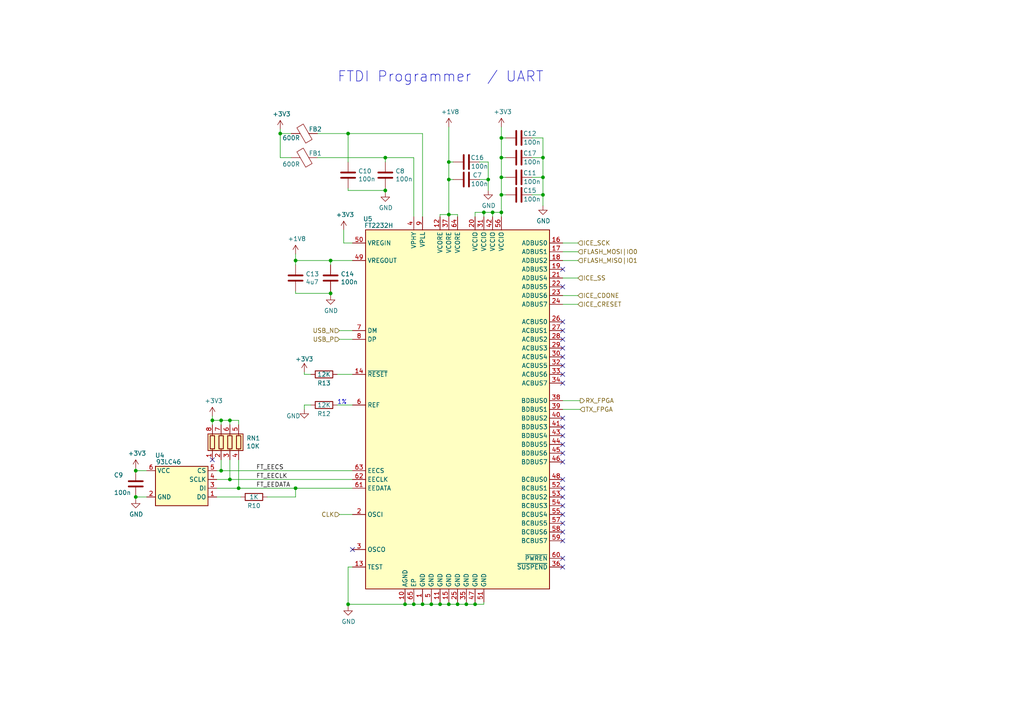
<source format=kicad_sch>
(kicad_sch (version 20201015) (generator eeschema)
  (paper "A4")
  (title_block (title "iCE40 Feather") (date "2021-01-01") (rev "0.2") (company "Josh Johnson"))
  (lib_symbols
    (symbol "Device:C" (pin_numbers hide) (pin_names (offset 0.254))
      (property "Reference" "C" (at 0.635 2.54 0))
      (property "Value" "C" (at 0.635 -2.54 0))
      (symbol "C_0_1"
        (polyline (pts (xy -2.032 -0.762) (xy 2.032 -0.762)) (stroke (width 0.508)))
        (polyline (pts (xy -2.032 0.762) (xy 2.032 0.762)) (stroke (width 0.508)))
      )
      (symbol "C_1_1"
        (pin passive line (at 0 3.81 270) (length 2.794) (name "~") (number "1"))
        (pin passive line (at 0 -3.81 90) (length 2.794) (name "~") (number "2"))
      )
    )
    (symbol "Device:R" (pin_numbers hide) (pin_names (offset 0))
      (property "Reference" "R" (at 2.032 0 90))
      (property "Value" "R" (at 0 0 90))
      (symbol "R_0_1"
        (rectangle (start -1.016 -2.54) (end 1.016 2.54) (stroke (width 0.254)))
      )
      (symbol "R_1_1"
        (pin passive line (at 0 3.81 270) (length 1.27) (name "~") (number "1"))
        (pin passive line (at 0 -3.81 90) (length 1.27) (name "~") (number "2"))
      )
    )
    (symbol "Device:R_Pack04" (pin_names (offset 0) hide)
      (property "Reference" "RN" (at -7.62 0 90))
      (property "Value" "R_Pack04" (at 5.08 0 90))
      (symbol "R_Pack04_0_1"
        (rectangle (start -6.35 -2.413) (end 3.81 2.413) (stroke (width 0.254)) (fill (type background)))
        (rectangle (start -5.715 1.905) (end -4.445 -1.905) (stroke (width 0.254)))
        (rectangle (start -3.175 1.905) (end -1.905 -1.905) (stroke (width 0.254)))
        (rectangle (start -0.635 1.905) (end 0.635 -1.905) (stroke (width 0.254)))
        (rectangle (start 1.905 1.905) (end 3.175 -1.905) (stroke (width 0.254)))
        (polyline (pts (xy -5.08 -2.54) (xy -5.08 -1.905)))
        (polyline (pts (xy -5.08 1.905) (xy -5.08 2.54)))
        (polyline (pts (xy -2.54 -2.54) (xy -2.54 -1.905)))
        (polyline (pts (xy -2.54 1.905) (xy -2.54 2.54)))
        (polyline (pts (xy 0 -2.54) (xy 0 -1.905)))
        (polyline (pts (xy 0 1.905) (xy 0 2.54)))
        (polyline (pts (xy 2.54 -2.54) (xy 2.54 -1.905)))
        (polyline (pts (xy 2.54 1.905) (xy 2.54 2.54)))
      )
      (symbol "R_Pack04_1_1"
        (pin passive line (at -5.08 -5.08 90) (length 2.54) (name "R1.1") (number "1"))
        (pin passive line (at -2.54 -5.08 90) (length 2.54) (name "R2.1") (number "2"))
        (pin passive line (at 0 -5.08 90) (length 2.54) (name "R3.1") (number "3"))
        (pin passive line (at 2.54 -5.08 90) (length 2.54) (name "R4.1") (number "4"))
        (pin passive line (at 2.54 5.08 270) (length 2.54) (name "R4.2") (number "5"))
        (pin passive line (at 0 5.08 270) (length 2.54) (name "R3.2") (number "6"))
        (pin passive line (at -2.54 5.08 270) (length 2.54) (name "R2.2") (number "7"))
        (pin passive line (at -5.08 5.08 270) (length 2.54) (name "R1.2") (number "8"))
      )
    )
    (symbol "josh-ic:FT2232H"
      (property "Reference" "U" (at -26.67 53.34 0))
      (property "Value" "FT2232H" (at 19.05 53.34 0))
      (symbol "FT2232H_0_1"
        (rectangle (start -26.67 -52.07) (end 26.67 52.07) (stroke (width 0.254)) (fill (type background)))
      )
      (symbol "FT2232H_1_1"
        (pin power_in line (at -10.16 -55.88 90) (length 3.81) (name "GND") (number "1"))
        (pin power_in line (at -15.24 -55.88 90) (length 3.81) (name "AGND") (number "10"))
        (pin power_in line (at -5.08 -55.88 90) (length 3.81) (name "GND") (number "11"))
        (pin power_in line (at -5.08 55.88 270) (length 3.81) (name "VCORE") (number "12"))
        (pin input line (at -30.48 -45.72 0) (length 3.81) (name "TEST") (number "13"))
        (pin input line (at -30.48 10.16 0) (length 3.81) (name "~RESET") (number "14"))
        (pin power_in line (at -2.54 -55.88 90) (length 3.81) (name "GND") (number "15"))
        (pin bidirectional line (at 30.48 48.26 180) (length 3.81) (name "ADBUS0") (number "16"))
        (pin bidirectional line (at 30.48 45.72 180) (length 3.81) (name "ADBUS1") (number "17"))
        (pin bidirectional line (at 30.48 43.18 180) (length 3.81) (name "ADBUS2") (number "18"))
        (pin bidirectional line (at 30.48 40.64 180) (length 3.81) (name "ADBUS3") (number "19"))
        (pin input line (at -30.48 -30.48 0) (length 3.81) (name "OSCI") (number "2"))
        (pin power_in line (at 5.08 55.88 270) (length 3.81) (name "VCCIO") (number "20"))
        (pin bidirectional line (at 30.48 38.1 180) (length 3.81) (name "ADBUS4") (number "21"))
        (pin bidirectional line (at 30.48 35.56 180) (length 3.81) (name "ADBUS5") (number "22"))
        (pin bidirectional line (at 30.48 33.02 180) (length 3.81) (name "ADBUS6") (number "23"))
        (pin bidirectional line (at 30.48 30.48 180) (length 3.81) (name "ADBUS7") (number "24"))
        (pin power_in line (at 0 -55.88 90) (length 3.81) (name "GND") (number "25"))
        (pin bidirectional line (at 30.48 25.4 180) (length 3.81) (name "ACBUS0") (number "26"))
        (pin bidirectional line (at 30.48 22.86 180) (length 3.81) (name "ACBUS1") (number "27"))
        (pin bidirectional line (at 30.48 20.32 180) (length 3.81) (name "ACBUS2") (number "28"))
        (pin bidirectional line (at 30.48 17.78 180) (length 3.81) (name "ACBUS3") (number "29"))
        (pin output line (at -30.48 -40.64 0) (length 3.81) (name "OSCO") (number "3"))
        (pin bidirectional line (at 30.48 15.24 180) (length 3.81) (name "ACBUS4") (number "30"))
        (pin power_in line (at 7.62 55.88 270) (length 3.81) (name "VCCIO") (number "31"))
        (pin bidirectional line (at 30.48 12.7 180) (length 3.81) (name "ACBUS5") (number "32"))
        (pin bidirectional line (at 30.48 10.16 180) (length 3.81) (name "ACBUS6") (number "33"))
        (pin bidirectional line (at 30.48 7.62 180) (length 3.81) (name "ACBUS7") (number "34"))
        (pin power_in line (at 2.54 -55.88 90) (length 3.81) (name "GND") (number "35"))
        (pin output line (at 30.48 -45.72 180) (length 3.81) (name "~SUSPEND") (number "36"))
        (pin power_in line (at -2.54 55.88 270) (length 3.81) (name "VCORE") (number "37"))
        (pin bidirectional line (at 30.48 2.54 180) (length 3.81) (name "BDBUS0") (number "38"))
        (pin bidirectional line (at 30.48 0 180) (length 3.81) (name "BDBUS1") (number "39"))
        (pin power_in line (at -12.7 55.88 270) (length 3.81) (name "VPHY") (number "4"))
        (pin bidirectional line (at 30.48 -2.54 180) (length 3.81) (name "BDBUS2") (number "40"))
        (pin bidirectional line (at 30.48 -5.08 180) (length 3.81) (name "BDBUS3") (number "41"))
        (pin power_in line (at 10.16 55.88 270) (length 3.81) (name "VCCIO") (number "42"))
        (pin bidirectional line (at 30.48 -7.62 180) (length 3.81) (name "BDBUS4") (number "43"))
        (pin bidirectional line (at 30.48 -10.16 180) (length 3.81) (name "BDBUS5") (number "44"))
        (pin bidirectional line (at 30.48 -12.7 180) (length 3.81) (name "BDBUS6") (number "45"))
        (pin bidirectional line (at 30.48 -15.24 180) (length 3.81) (name "BDBUS7") (number "46"))
        (pin power_in line (at 5.08 -55.88 90) (length 3.81) (name "GND") (number "47"))
        (pin bidirectional line (at 30.48 -20.32 180) (length 3.81) (name "BCBUS0") (number "48"))
        (pin power_out line (at -30.48 43.18 0) (length 3.81) (name "VREGOUT") (number "49"))
        (pin power_in line (at -7.62 -55.88 90) (length 3.81) (name "GND") (number "5"))
        (pin power_in line (at -30.48 48.26 0) (length 3.81) (name "VREGIN") (number "50"))
        (pin power_in line (at 7.62 -55.88 90) (length 3.81) (name "GND") (number "51"))
        (pin bidirectional line (at 30.48 -22.86 180) (length 3.81) (name "BCBUS1") (number "52"))
        (pin bidirectional line (at 30.48 -25.4 180) (length 3.81) (name "BCBUS2") (number "53"))
        (pin bidirectional line (at 30.48 -27.94 180) (length 3.81) (name "BCBUS3") (number "54"))
        (pin bidirectional line (at 30.48 -30.48 180) (length 3.81) (name "BCBUS4") (number "55"))
        (pin power_in line (at 12.7 55.88 270) (length 3.81) (name "VCCIO") (number "56"))
        (pin bidirectional line (at 30.48 -33.02 180) (length 3.81) (name "BCBUS5") (number "57"))
        (pin bidirectional line (at 30.48 -35.56 180) (length 3.81) (name "BCBUS6") (number "58"))
        (pin bidirectional line (at 30.48 -38.1 180) (length 3.81) (name "BCBUS7") (number "59"))
        (pin output line (at -30.48 1.27 0) (length 3.81) (name "REF") (number "6"))
        (pin output line (at 30.48 -43.18 180) (length 3.81) (name "~PWREN") (number "60"))
        (pin bidirectional line (at -30.48 -22.86 0) (length 3.81) (name "EEDATA") (number "61"))
        (pin output line (at -30.48 -20.32 0) (length 3.81) (name "EECLK") (number "62"))
        (pin output line (at -30.48 -17.78 0) (length 3.81) (name "EECS") (number "63"))
        (pin power_in line (at 0 55.88 270) (length 3.81) (name "VCORE") (number "64"))
        (pin power_in line (at -12.7 -55.88 90) (length 3.81) (name "EP") (number "65"))
        (pin bidirectional line (at -30.48 22.86 0) (length 3.81) (name "DM") (number "7"))
        (pin bidirectional line (at -30.48 20.32 0) (length 3.81) (name "DP") (number "8"))
        (pin input line (at -10.16 55.88 270) (length 3.81) (name "VPLL") (number "9"))
      )
    )
    (symbol "josh-memory:93C46B"
      (property "Reference" "U" (at -7.366 9.144 0))
      (property "Value" "93C46B" (at 7.874 6.096 0))
      (symbol "93C46B_1_1"
        (rectangle (start 7.62 5.08) (end -7.62 -6.35) (stroke (width 0.254)) (fill (type background)))
        (pin tri_state line (at -10.16 -3.81 0) (length 2.54) (name "DO") (number "1"))
        (pin power_in line (at 10.16 -3.81 180) (length 2.54) (name "GND") (number "2"))
        (pin input line (at -10.16 -1.27 0) (length 2.54) (name "DI") (number "3"))
        (pin input line (at -10.16 1.27 0) (length 2.54) (name "SCLK") (number "4"))
        (pin input line (at -10.16 3.81 0) (length 2.54) (name "CS") (number "5"))
        (pin power_in line (at 10.16 3.81 180) (length 2.54) (name "VCC") (number "6"))
      )
    )
    (symbol "josh-passive:Ferrite_Bead_PWR" (pin_numbers hide) (pin_names (offset 0))
      (property "Reference" "FB" (at -2.54 1.27 0))
      (property "Value" "Ferrite_Bead_PWR" (at 0 3.81 0))
      (symbol "Ferrite_Bead_PWR_0_1"
        (polyline (pts (xy -1.27 0) (xy -1.2192 0)))
        (polyline (pts (xy 1.27 0) (xy 1.2954 0)))
        (polyline (pts (xy 0.4064 2.7686) (xy 2.2606 1.7018) (xy -0.3048 -2.7686) (xy -2.159 -1.6764) (xy 0.4064 2.7686)))
      )
      (symbol "Ferrite_Bead_PWR_1_1"
        (pin power_out line (at 3.81 0 180) (length 2.54) (name "~") (number "1"))
        (pin passive line (at -3.81 0 0) (length 2.54) (name "~") (number "2"))
      )
    )
    (symbol "power:+1V8" (power) (pin_names (offset 0))
      (property "Value" "+1V8" (at 0 3.556 0))
      (symbol "+1V8_0_1"
        (polyline (pts (xy -0.762 1.27) (xy 0 2.54)))
        (polyline (pts (xy 0 0) (xy 0 2.54)))
        (polyline (pts (xy 0 2.54) (xy 0.762 1.27)))
      )
      (symbol "+1V8_1_1"
        (pin power_in line (at 0 0 90) (length 0) hide (name "+1V8") (number "1"))
      )
    )
    (symbol "power:+3V3" (power) (pin_names (offset 0))
      (property "Value" "+3V3" (at 0 3.556 0))
      (symbol "+3V3_0_1"
        (polyline (pts (xy -0.762 1.27) (xy 0 2.54)))
        (polyline (pts (xy 0 0) (xy 0 2.54)))
        (polyline (pts (xy 0 2.54) (xy 0.762 1.27)))
      )
      (symbol "+3V3_1_1"
        (pin power_in line (at 0 0 90) (length 0) hide (name "+3V3") (number "1"))
      )
    )
    (symbol "power:GND" (power) (pin_names (offset 0))
      (property "Value" "GND" (at 0 -3.81 0))
      (symbol "GND_0_1"
        (polyline (pts (xy 0 0) (xy 0 -1.27) (xy 1.27 -1.27) (xy 0 -2.54) (xy -1.27 -1.27) (xy 0 -1.27)))
      )
      (symbol "GND_1_1"
        (pin power_in line (at 0 0 270) (length 0) hide (name "GND") (number "1"))
      )
    )
  )
  (junction (at 39.37 136.525) (diameter 0.9144))
  (junction (at 39.37 144.145) (diameter 0.9144))
  (junction (at 61.595 121.92) (diameter 0.9144))
  (junction (at 64.135 121.92) (diameter 0.9144))
  (junction (at 64.135 136.525) (diameter 0.9144))
  (junction (at 66.675 121.92) (diameter 0.9144))
  (junction (at 66.675 139.065) (diameter 0.9144))
  (junction (at 69.215 141.605) (diameter 0.9144))
  (junction (at 81.28 38.735) (diameter 0.9144))
  (junction (at 85.725 75.565) (diameter 0.9144))
  (junction (at 85.725 141.605) (diameter 0.9144))
  (junction (at 95.885 75.565) (diameter 0.9144))
  (junction (at 95.885 85.09) (diameter 0.9144))
  (junction (at 100.965 38.735) (diameter 0.9144))
  (junction (at 100.965 175.26) (diameter 0.9144))
  (junction (at 111.76 45.72) (diameter 0.9144))
  (junction (at 111.76 55.245) (diameter 0.9144))
  (junction (at 117.475 175.26) (diameter 0.9144))
  (junction (at 120.015 175.26) (diameter 0.9144))
  (junction (at 122.555 175.26) (diameter 0.9144))
  (junction (at 125.095 175.26) (diameter 0.9144))
  (junction (at 127.635 175.26) (diameter 0.9144))
  (junction (at 130.175 46.99) (diameter 0.9144))
  (junction (at 130.175 52.07) (diameter 0.9144))
  (junction (at 130.175 62.23) (diameter 0.9144))
  (junction (at 130.175 175.26) (diameter 0.9144))
  (junction (at 132.715 175.26) (diameter 0.9144))
  (junction (at 135.255 175.26) (diameter 0.9144))
  (junction (at 137.795 175.26) (diameter 0.9144))
  (junction (at 140.335 61.595) (diameter 0.9144))
  (junction (at 141.605 52.07) (diameter 0.9144))
  (junction (at 142.875 61.595) (diameter 0.9144))
  (junction (at 145.415 40.005) (diameter 0.9144))
  (junction (at 145.415 45.72) (diameter 0.9144))
  (junction (at 145.415 51.435) (diameter 0.9144))
  (junction (at 145.415 56.515) (diameter 0.9144))
  (junction (at 145.415 61.595) (diameter 0.9144))
  (junction (at 157.48 45.72) (diameter 0.9144))
  (junction (at 157.48 51.435) (diameter 0.9144))
  (junction (at 157.48 56.515) (diameter 0.9144))
  (no_connect (at 163.195 98.425))
  (no_connect (at 163.195 103.505))
  (no_connect (at 163.195 149.225))
  (no_connect (at 163.195 78.105))
  (no_connect (at 163.195 126.365))
  (no_connect (at 163.195 123.825))
  (no_connect (at 163.195 144.145))
  (no_connect (at 163.195 164.465))
  (no_connect (at 163.195 139.065))
  (no_connect (at 102.235 159.385))
  (no_connect (at 163.195 151.765))
  (no_connect (at 163.195 154.305))
  (no_connect (at 163.195 128.905))
  (no_connect (at 61.595 133.35))
  (no_connect (at 163.195 131.445))
  (no_connect (at 163.195 83.185))
  (no_connect (at 163.195 93.345))
  (no_connect (at 163.195 146.685))
  (no_connect (at 163.195 106.045))
  (no_connect (at 163.195 95.885))
  (no_connect (at 163.195 108.585))
  (no_connect (at 163.195 141.605))
  (no_connect (at 163.195 111.125))
  (no_connect (at 163.195 133.985))
  (no_connect (at 163.195 161.925))
  (no_connect (at 163.195 121.285))
  (no_connect (at 163.195 100.965))
  (no_connect (at 163.195 156.845))
  (wire (pts (xy 39.37 135.89) (xy 39.37 136.525)))
  (wire (pts (xy 39.37 136.525) (xy 42.545 136.525)))
  (wire (pts (xy 39.37 144.145) (xy 39.37 144.78)))
  (wire (pts (xy 39.37 144.145) (xy 42.545 144.145)))
  (wire (pts (xy 61.595 121.92) (xy 61.595 120.65)))
  (wire (pts (xy 61.595 121.92) (xy 61.595 123.19)))
  (wire (pts (xy 62.865 136.525) (xy 64.135 136.525)))
  (wire (pts (xy 62.865 139.065) (xy 66.675 139.065)))
  (wire (pts (xy 62.865 141.605) (xy 69.215 141.605)))
  (wire (pts (xy 62.865 144.145) (xy 69.85 144.145)))
  (wire (pts (xy 64.135 121.92) (xy 61.595 121.92)))
  (wire (pts (xy 64.135 121.92) (xy 64.135 123.19)))
  (wire (pts (xy 64.135 133.35) (xy 64.135 136.525)))
  (wire (pts (xy 64.135 136.525) (xy 102.235 136.525)))
  (wire (pts (xy 66.675 121.92) (xy 64.135 121.92)))
  (wire (pts (xy 66.675 121.92) (xy 69.215 121.92)))
  (wire (pts (xy 66.675 123.19) (xy 66.675 121.92)))
  (wire (pts (xy 66.675 133.35) (xy 66.675 139.065)))
  (wire (pts (xy 66.675 139.065) (xy 102.235 139.065)))
  (wire (pts (xy 69.215 121.92) (xy 69.215 123.19)))
  (wire (pts (xy 69.215 133.35) (xy 69.215 141.605)))
  (wire (pts (xy 69.215 141.605) (xy 85.725 141.605)))
  (wire (pts (xy 77.47 144.145) (xy 85.725 144.145)))
  (wire (pts (xy 81.28 37.465) (xy 81.28 38.735)))
  (wire (pts (xy 81.28 38.735) (xy 84.455 38.735)))
  (wire (pts (xy 81.28 45.72) (xy 81.28 38.735)))
  (wire (pts (xy 84.455 45.72) (xy 81.28 45.72)))
  (wire (pts (xy 85.725 75.565) (xy 85.725 73.66)))
  (wire (pts (xy 85.725 75.565) (xy 85.725 76.835)))
  (wire (pts (xy 85.725 84.455) (xy 85.725 85.09)))
  (wire (pts (xy 85.725 85.09) (xy 95.885 85.09)))
  (wire (pts (xy 85.725 141.605) (xy 102.235 141.605)))
  (wire (pts (xy 85.725 144.145) (xy 85.725 141.605)))
  (wire (pts (xy 88.265 108.585) (xy 88.265 107.95)))
  (wire (pts (xy 88.265 117.475) (xy 88.265 118.745)))
  (wire (pts (xy 90.17 108.585) (xy 88.265 108.585)))
  (wire (pts (xy 90.17 117.475) (xy 88.265 117.475)))
  (wire (pts (xy 92.075 38.735) (xy 100.965 38.735)))
  (wire (pts (xy 92.075 45.72) (xy 111.76 45.72)))
  (wire (pts (xy 95.885 75.565) (xy 85.725 75.565)))
  (wire (pts (xy 95.885 75.565) (xy 95.885 76.835)))
  (wire (pts (xy 95.885 84.455) (xy 95.885 85.09)))
  (wire (pts (xy 95.885 85.725) (xy 95.885 85.09)))
  (wire (pts (xy 97.79 108.585) (xy 102.235 108.585)))
  (wire (pts (xy 97.79 117.475) (xy 102.235 117.475)))
  (wire (pts (xy 98.425 95.885) (xy 102.235 95.885)))
  (wire (pts (xy 98.425 98.425) (xy 102.235 98.425)))
  (wire (pts (xy 98.425 149.225) (xy 102.235 149.225)))
  (wire (pts (xy 99.695 70.485) (xy 99.695 66.675)))
  (wire (pts (xy 100.965 46.99) (xy 100.965 38.735)))
  (wire (pts (xy 100.965 54.61) (xy 100.965 55.245)))
  (wire (pts (xy 100.965 164.465) (xy 100.965 175.26)))
  (wire (pts (xy 100.965 175.26) (xy 100.965 175.895)))
  (wire (pts (xy 100.965 175.26) (xy 117.475 175.26)))
  (wire (pts (xy 102.235 70.485) (xy 99.695 70.485)))
  (wire (pts (xy 102.235 75.565) (xy 95.885 75.565)))
  (wire (pts (xy 102.235 164.465) (xy 100.965 164.465)))
  (wire (pts (xy 111.76 45.72) (xy 120.015 45.72)))
  (wire (pts (xy 111.76 46.99) (xy 111.76 45.72)))
  (wire (pts (xy 111.76 54.61) (xy 111.76 55.245)))
  (wire (pts (xy 111.76 55.245) (xy 100.965 55.245)))
  (wire (pts (xy 111.76 55.245) (xy 111.76 55.88)))
  (wire (pts (xy 117.475 174.625) (xy 117.475 175.26)))
  (wire (pts (xy 117.475 175.26) (xy 120.015 175.26)))
  (wire (pts (xy 120.015 45.72) (xy 120.015 62.865)))
  (wire (pts (xy 120.015 174.625) (xy 120.015 175.26)))
  (wire (pts (xy 120.015 175.26) (xy 122.555 175.26)))
  (wire (pts (xy 122.555 38.735) (xy 100.965 38.735)))
  (wire (pts (xy 122.555 62.865) (xy 122.555 38.735)))
  (wire (pts (xy 122.555 174.625) (xy 122.555 175.26)))
  (wire (pts (xy 122.555 175.26) (xy 125.095 175.26)))
  (wire (pts (xy 125.095 174.625) (xy 125.095 175.26)))
  (wire (pts (xy 125.095 175.26) (xy 127.635 175.26)))
  (wire (pts (xy 127.635 62.23) (xy 130.175 62.23)))
  (wire (pts (xy 127.635 62.865) (xy 127.635 62.23)))
  (wire (pts (xy 127.635 174.625) (xy 127.635 175.26)))
  (wire (pts (xy 127.635 175.26) (xy 130.175 175.26)))
  (wire (pts (xy 130.175 36.83) (xy 130.175 46.99)))
  (wire (pts (xy 130.175 46.99) (xy 130.175 52.07)))
  (wire (pts (xy 130.175 46.99) (xy 131.445 46.99)))
  (wire (pts (xy 130.175 52.07) (xy 130.175 62.23)))
  (wire (pts (xy 130.175 52.07) (xy 131.445 52.07)))
  (wire (pts (xy 130.175 62.23) (xy 130.175 62.865)))
  (wire (pts (xy 130.175 62.23) (xy 132.715 62.23)))
  (wire (pts (xy 130.175 174.625) (xy 130.175 175.26)))
  (wire (pts (xy 130.175 175.26) (xy 132.715 175.26)))
  (wire (pts (xy 132.715 62.23) (xy 132.715 62.865)))
  (wire (pts (xy 132.715 174.625) (xy 132.715 175.26)))
  (wire (pts (xy 132.715 175.26) (xy 135.255 175.26)))
  (wire (pts (xy 135.255 174.625) (xy 135.255 175.26)))
  (wire (pts (xy 135.255 175.26) (xy 137.795 175.26)))
  (wire (pts (xy 137.795 61.595) (xy 137.795 62.865)))
  (wire (pts (xy 137.795 174.625) (xy 137.795 175.26)))
  (wire (pts (xy 137.795 175.26) (xy 140.335 175.26)))
  (wire (pts (xy 139.065 46.99) (xy 141.605 46.99)))
  (wire (pts (xy 139.065 52.07) (xy 141.605 52.07)))
  (wire (pts (xy 140.335 61.595) (xy 137.795 61.595)))
  (wire (pts (xy 140.335 61.595) (xy 140.335 62.865)))
  (wire (pts (xy 140.335 175.26) (xy 140.335 174.625)))
  (wire (pts (xy 141.605 46.99) (xy 141.605 52.07)))
  (wire (pts (xy 141.605 52.07) (xy 141.605 55.245)))
  (wire (pts (xy 142.875 61.595) (xy 140.335 61.595)))
  (wire (pts (xy 142.875 61.595) (xy 142.875 62.865)))
  (wire (pts (xy 145.415 40.005) (xy 145.415 36.83)))
  (wire (pts (xy 145.415 45.72) (xy 145.415 40.005)))
  (wire (pts (xy 145.415 51.435) (xy 145.415 45.72)))
  (wire (pts (xy 145.415 51.435) (xy 145.415 56.515)))
  (wire (pts (xy 145.415 56.515) (xy 145.415 61.595)))
  (wire (pts (xy 145.415 61.595) (xy 142.875 61.595)))
  (wire (pts (xy 145.415 61.595) (xy 145.415 62.865)))
  (wire (pts (xy 146.685 40.005) (xy 145.415 40.005)))
  (wire (pts (xy 146.685 45.72) (xy 145.415 45.72)))
  (wire (pts (xy 146.685 51.435) (xy 145.415 51.435)))
  (wire (pts (xy 146.685 56.515) (xy 145.415 56.515)))
  (wire (pts (xy 154.305 40.005) (xy 157.48 40.005)))
  (wire (pts (xy 154.305 45.72) (xy 157.48 45.72)))
  (wire (pts (xy 154.305 51.435) (xy 157.48 51.435)))
  (wire (pts (xy 154.305 56.515) (xy 157.48 56.515)))
  (wire (pts (xy 157.48 40.005) (xy 157.48 45.72)))
  (wire (pts (xy 157.48 45.72) (xy 157.48 51.435)))
  (wire (pts (xy 157.48 51.435) (xy 157.48 56.515)))
  (wire (pts (xy 157.48 56.515) (xy 157.48 59.69)))
  (wire (pts (xy 163.195 70.485) (xy 167.64 70.485)))
  (wire (pts (xy 163.195 73.025) (xy 167.64 73.025)))
  (wire (pts (xy 163.195 75.565) (xy 167.64 75.565)))
  (wire (pts (xy 163.195 80.645) (xy 167.64 80.645)))
  (wire (pts (xy 163.195 85.725) (xy 167.64 85.725)))
  (wire (pts (xy 163.195 88.265) (xy 167.64 88.265)))
  (wire (pts (xy 163.195 116.205) (xy 168.275 116.205)))
  (wire (pts (xy 163.195 118.745) (xy 168.275 118.745)))
  (text "FTDI Programmer  / UART" (at 97.79 24.13 0) (effects (font (size 2.9972 2.9972)) (justify left bottom)))
  (text "1%" (at 97.79 117.475 0) (effects (font (size 1.27 1.27)) (justify left bottom)))
  (label "FT_EECS" (at 74.295 136.525 0))
  (label "FT_EECLK" (at 74.295 139.065 0))
  (label "FT_EEDATA" (at 74.295 141.605 0))
  (hierarchical_label "USB_N" (shape input) (at 98.425 95.885 180))
  (hierarchical_label "USB_P" (shape input) (at 98.425 98.425 180))
  (hierarchical_label "CLK" (shape input) (at 98.425 149.225 180))
  (hierarchical_label "ICE_SCK" (shape input) (at 167.64 70.485 0))
  (hierarchical_label "FLASH_MOSI|IO0" (shape input) (at 167.64 73.025 0))
  (hierarchical_label "FLASH_MISO|IO1" (shape input) (at 167.64 75.565 0))
  (hierarchical_label "ICE_SS" (shape input) (at 167.64 80.645 0))
  (hierarchical_label "ICE_CDONE" (shape input) (at 167.64 85.725 0))
  (hierarchical_label "ICE_CRESET" (shape input) (at 167.64 88.265 0))
  (hierarchical_label "RX_FPGA" (shape output) (at 168.275 116.205 0))
  (hierarchical_label "TX_FPGA" (shape input) (at 168.275 118.745 0))
  (symbol (lib_id "power:+3V3") (at 39.37 135.89 0) (unit 1)
    (property "Reference" "#PWR056" (effects hide))
    (property "Value" "+3V3" (at 39.751 131.4958 0))
  )
  (symbol (lib_id "power:+3V3") (at 61.595 120.65 0) (unit 1)
    (property "Reference" "#PWR058" (effects hide))
    (property "Value" "+3V3" (at 61.976 116.2558 0))
  )
  (symbol (lib_id "power:+3V3") (at 81.28 37.465 0) (unit 1)
    (property "Reference" "#PWR059" (effects hide))
    (property "Value" "+3V3" (at 81.661 33.0708 0))
  )
  (symbol (lib_id "power:+1V8") (at 85.725 73.66 0) (unit 1)
    (property "Reference" "#PWR060" (effects hide))
    (property "Value" "+1V8" (at 86.106 69.2658 0))
  )
  (symbol (lib_id "power:+3V3") (at 88.265 107.95 0) (unit 1)
    (property "Reference" "#PWR061" (effects hide))
    (property "Value" "+3V3" (at 88.265 104.14 0))
  )
  (symbol (lib_id "power:+3V3") (at 99.695 66.675 0) (unit 1)
    (property "Reference" "#PWR064" (effects hide))
    (property "Value" "+3V3" (at 100.076 62.2808 0))
  )
  (symbol (lib_id "power:+1V8") (at 130.175 36.83 0) (unit 1)
    (property "Reference" "#PWR067" (effects hide))
    (property "Value" "+1V8" (at 130.556 32.4358 0))
  )
  (symbol (lib_id "power:+3V3") (at 145.415 36.83 0) (unit 1)
    (property "Reference" "#PWR068" (effects hide))
    (property "Value" "+3V3" (at 145.796 32.4358 0))
  )
  (symbol (lib_id "power:GND") (at 39.37 144.78 0) (unit 1)
    (property "Reference" "#PWR057" (effects hide))
    (property "Value" "GND" (at 39.497 149.1742 0))
  )
  (symbol (lib_id "power:GND") (at 88.265 118.745 0) (unit 1)
    (property "Reference" "#PWR062" (effects hide))
    (property "Value" "GND" (at 85.09 120.65 0))
  )
  (symbol (lib_id "power:GND") (at 95.885 85.725 0) (unit 1)
    (property "Reference" "#PWR063" (effects hide))
    (property "Value" "GND" (at 96.012 90.1192 0))
  )
  (symbol (lib_id "power:GND") (at 100.965 175.895 0) (unit 1)
    (property "Reference" "#PWR065" (effects hide))
    (property "Value" "GND" (at 101.092 180.2892 0))
  )
  (symbol (lib_id "power:GND") (at 111.76 55.88 0) (unit 1)
    (property "Reference" "#PWR066" (effects hide))
    (property "Value" "GND" (at 111.887 60.2742 0))
  )
  (symbol (lib_id "power:GND") (at 141.605 55.245 0) (unit 1)
    (property "Reference" "#PWR0108" (effects hide))
    (property "Value" "GND" (at 141.732 59.6392 0))
  )
  (symbol (lib_id "power:GND") (at 157.48 59.69 0) (unit 1)
    (property "Reference" "#PWR069" (effects hide))
    (property "Value" "GND" (at 157.607 64.0842 0))
  )
  (symbol (lib_id "Device:R") (at 73.66 144.145 270) (unit 1)
    (property "Reference" "R10" (at 73.66 146.685 90))
    (property "Value" "1K" (at 73.66 144.145 90))
    (property "Footprint" "Resistor_SMD:R_0402_1005Metric" (effects hide))
    (property "LCSC" "C105637" (effects hide))
    (property "MPN" "RC0402JR-071KL" (effects hide))
    (property "MPN2" "0402WGF1001TCE" (effects hide))
    (property "Manufacturer" "Yageo\n" (effects hide))
    (property "Manufacturer2" "UNI-ROYAL(Uniroyal Elec)\n" (effects hide))
  )
  (symbol (lib_id "Device:R") (at 93.98 108.585 270) (unit 1)
    (property "Reference" "R13" (at 93.98 111.125 90))
    (property "Value" "12K" (at 93.98 108.585 90))
    (property "Footprint" "Resistor_SMD:R_0402_1005Metric" (effects hide))
    (property "LCSC" "C137923" (effects hide))
    (property "MPN" "RC0402JR-0712KL" (effects hide))
    (property "MPN2" "0402WGF1202TCE" (effects hide))
    (property "Manufacturer" "Yageo\n" (effects hide))
    (property "Manufacturer2" "UNI-ROYAL(Uniroyal Elec)\n" (effects hide))
  )
  (symbol (lib_id "Device:R") (at 93.98 117.475 270) (unit 1)
    (property "Reference" "R12" (at 93.98 120.015 90))
    (property "Value" "12K" (at 93.98 117.475 90))
    (property "Footprint" "Resistor_SMD:R_0402_1005Metric" (effects hide))
    (property "LCSC" "C137923" (effects hide))
    (property "MPN" "RC0402JR-0712KL" (effects hide))
    (property "MPN2" "0402WGF1202TCE" (effects hide))
    (property "Manufacturer" "Yageo\n" (effects hide))
    (property "Manufacturer2" "UNI-ROYAL(Uniroyal Elec)\n" (effects hide))
  )
  (symbol (lib_id "Device:C") (at 39.37 140.335 0) (unit 1)
    (property "Reference" "C9" (at 33.02 137.795 0) (effects (justify left)))
    (property "Value" "100n" (at 33.02 142.875 0) (effects (justify left)))
    (property "Footprint" "Capacitor_SMD:C_0402_1005Metric" (effects hide))
    (property "LCSC" "C327009\n" (effects hide))
    (property "MPN" "CC0402KRX7R7BB104" (effects hide))
    (property "MPN2" "CL05B104KO5NNNC\n" (effects hide))
    (property "Manufacturer" "Yageo\n" (effects hide))
    (property "Manufacturer2" "Samsung Electro-Mechanics\n" (effects hide))
  )
  (symbol (lib_id "Device:C") (at 85.725 80.645 0) (unit 1)
    (property "Reference" "C13" (at 88.646 79.4766 0) (effects (justify left)))
    (property "Value" "4u7" (at 88.646 81.788 0) (effects (justify left)))
    (property "Footprint" "Capacitor_SMD:C_0402_1005Metric" (effects hide))
    (property "LCSC" "C326586\n" (effects hide))
    (property "MPN" "CC0402KRX5R6BB475\n" (effects hide))
    (property "MPN2" "CL05A475KP5NRNC\n" (effects hide))
    (property "Manufacturer" "Yageo\n" (effects hide))
    (property "Manufacturer2" "Samsung Electro-Mechanics\n" (effects hide))
  )
  (symbol (lib_id "Device:C") (at 95.885 80.645 0) (unit 1)
    (property "Reference" "C14" (at 98.806 79.4766 0) (effects (justify left)))
    (property "Value" "100n" (at 98.806 81.788 0) (effects (justify left)))
    (property "Footprint" "Capacitor_SMD:C_0402_1005Metric" (effects hide))
    (property "LCSC" "C327009\n" (effects hide))
    (property "MPN" "CC0402KRX7R7BB104" (effects hide))
    (property "MPN2" "CL05B104KO5NNNC\n" (effects hide))
    (property "Manufacturer" "Yageo\n" (effects hide))
    (property "Manufacturer2" "Samsung Electro-Mechanics\n" (effects hide))
  )
  (symbol (lib_id "Device:C") (at 100.965 50.8 0) (unit 1)
    (property "Reference" "C10" (at 103.886 49.6316 0) (effects (justify left)))
    (property "Value" "100n" (at 103.886 51.943 0) (effects (justify left)))
    (property "Footprint" "Capacitor_SMD:C_0402_1005Metric" (effects hide))
    (property "LCSC" "C327009\n" (effects hide))
    (property "MPN" "CC0402KRX7R7BB104" (effects hide))
    (property "MPN2" "CL05B104KO5NNNC\n" (effects hide))
    (property "Manufacturer" "Yageo\n" (effects hide))
    (property "Manufacturer2" "Samsung Electro-Mechanics\n" (effects hide))
  )
  (symbol (lib_id "Device:C") (at 111.76 50.8 0) (unit 1)
    (property "Reference" "C8" (at 114.681 49.6316 0) (effects (justify left)))
    (property "Value" "100n" (at 114.681 51.943 0) (effects (justify left)))
    (property "Footprint" "Capacitor_SMD:C_0402_1005Metric" (effects hide))
    (property "LCSC" "C327009\n" (effects hide))
    (property "MPN" "CC0402KRX7R7BB104" (effects hide))
    (property "MPN2" "CL05B104KO5NNNC\n" (effects hide))
    (property "Manufacturer" "Yageo\n" (effects hide))
    (property "Manufacturer2" "Samsung Electro-Mechanics\n" (effects hide))
  )
  (symbol (lib_id "Device:C") (at 135.255 46.99 270) (unit 1)
    (property "Reference" "C16" (at 138.43 45.72 90))
    (property "Value" "100n" (at 139.065 48.26 90))
    (property "Footprint" "Capacitor_SMD:C_0402_1005Metric" (effects hide))
    (property "LCSC" "C327009\n" (effects hide))
    (property "MPN" "CC0402KRX7R7BB104" (effects hide))
    (property "MPN2" "CL05B104KO5NNNC\n" (effects hide))
    (property "Manufacturer" "Yageo\n" (effects hide))
    (property "Manufacturer2" "Samsung Electro-Mechanics\n" (effects hide))
  )
  (symbol (lib_id "Device:C") (at 135.255 52.07 270) (unit 1)
    (property "Reference" "C7" (at 138.43 50.8 90))
    (property "Value" "100n" (at 139.065 53.34 90))
    (property "Footprint" "Capacitor_SMD:C_0402_1005Metric" (effects hide))
    (property "LCSC" "C327009\n" (effects hide))
    (property "MPN" "CC0402KRX7R7BB104" (effects hide))
    (property "MPN2" "CL05B104KO5NNNC\n" (effects hide))
    (property "Manufacturer" "Yageo\n" (effects hide))
    (property "Manufacturer2" "Samsung Electro-Mechanics\n" (effects hide))
  )
  (symbol (lib_id "Device:C") (at 150.495 40.005 270) (unit 1)
    (property "Reference" "C12" (at 153.67 38.735 90))
    (property "Value" "100n" (at 154.305 41.275 90))
    (property "Footprint" "Capacitor_SMD:C_0402_1005Metric" (effects hide))
    (property "LCSC" "C327009\n" (effects hide))
    (property "MPN" "CC0402KRX7R7BB104" (effects hide))
    (property "MPN2" "CL05B104KO5NNNC\n" (effects hide))
    (property "Manufacturer" "Yageo\n" (effects hide))
    (property "Manufacturer2" "Samsung Electro-Mechanics\n" (effects hide))
  )
  (symbol (lib_id "Device:C") (at 150.495 45.72 270) (unit 1)
    (property "Reference" "C17" (at 153.67 44.45 90))
    (property "Value" "100n" (at 154.305 46.99 90))
    (property "Footprint" "Capacitor_SMD:C_0402_1005Metric" (effects hide))
    (property "LCSC" "C327009\n" (effects hide))
    (property "MPN" "CC0402KRX7R7BB104" (effects hide))
    (property "MPN2" "CL05B104KO5NNNC\n" (effects hide))
    (property "Manufacturer" "Yageo\n" (effects hide))
    (property "Manufacturer2" "Samsung Electro-Mechanics\n" (effects hide))
  )
  (symbol (lib_id "Device:C") (at 150.495 51.435 270) (unit 1)
    (property "Reference" "C11" (at 153.67 50.165 90))
    (property "Value" "100n" (at 154.305 52.705 90))
    (property "Footprint" "Capacitor_SMD:C_0402_1005Metric" (effects hide))
    (property "LCSC" "C327009\n" (effects hide))
    (property "MPN" "CC0402KRX7R7BB104" (effects hide))
    (property "MPN2" "CL05B104KO5NNNC\n" (effects hide))
    (property "Manufacturer" "Yageo\n" (effects hide))
    (property "Manufacturer2" "Samsung Electro-Mechanics\n" (effects hide))
  )
  (symbol (lib_id "Device:C") (at 150.495 56.515 270) (unit 1)
    (property "Reference" "C15" (at 153.67 55.245 90))
    (property "Value" "100n" (at 154.305 57.785 90))
    (property "Footprint" "Capacitor_SMD:C_0402_1005Metric" (effects hide))
    (property "LCSC" "C327009\n" (effects hide))
    (property "MPN" "CC0402KRX7R7BB104" (effects hide))
    (property "MPN2" "CL05B104KO5NNNC\n" (effects hide))
    (property "Manufacturer" "Yageo\n" (effects hide))
    (property "Manufacturer2" "Samsung Electro-Mechanics\n" (effects hide))
  )
  (symbol (lib_id "josh-passive:Ferrite_Bead_PWR") (at 88.265 38.735 0) (mirror x) (unit 1)
    (property "Reference" "FB2" (at 91.44 37.465 0))
    (property "Value" "600R" (at 84.455 40.005 0))
    (property "Footprint" "Inductor_SMD:L_0402_1005Metric" (effects hide))
    (property "LCSC" "C76884" (effects hide))
    (property "MPN" "BLM15AG601SN1D" (effects hide))
    (property "MPN2" "BK1005HW601-T" (effects hide))
    (property "Manufacturer" "Murata Electronics" (effects hide))
    (property "Manufacturer2" "Taiyo Yuden" (effects hide))
  )
  (symbol (lib_id "josh-passive:Ferrite_Bead_PWR") (at 88.265 45.72 0) (mirror x) (unit 1)
    (property "Reference" "FB1" (at 91.44 44.45 0))
    (property "Value" "600R" (at 84.455 47.625 0))
    (property "Footprint" "Inductor_SMD:L_0402_1005Metric" (effects hide))
    (property "LCSC" "C76884" (effects hide))
    (property "MPN" "BLM15AG601SN1D" (effects hide))
    (property "MPN2" "BK1005HW601-T" (effects hide))
    (property "Manufacturer" "Murata Electronics" (effects hide))
    (property "Manufacturer2" "Taiyo Yuden" (effects hide))
  )
  (symbol (lib_id "Device:R_Pack04") (at 66.675 128.27 0) (unit 1)
    (property "Reference" "RN1" (at 71.4502 127.1016 0) (effects (justify left)))
    (property "Value" "10K" (at 71.4502 129.413 0) (effects (justify left)))
    (property "Footprint" "Resistor_SMD:R_Array_Convex_4x0402" (effects hide))
    (property "LCSC" "C25725" (effects hide))
    (property "MPN" "YC124-JR-0710KL" (effects hide))
    (property "MPN2" "4D02WGJ0103TCE" (effects hide))
    (property "Manufacturer" "Yageo\n" (effects hide))
    (property "Manufacturer2" "UNI-ROYAL(Uniroyal Elec)\n" (effects hide))
  )
  (symbol (lib_id "josh-memory:93C46B") (at 52.705 140.335 0) (mirror y) (unit 1)
    (property "Reference" "U4" (at 46.355 132.08 0))
    (property "Value" "93LC46" (at 48.895 133.985 0))
    (property "Footprint" "Package_TO_SOT_SMD:SOT-23-6" (effects hide))
    (property "Datasheet" "http://ww1.microchip.com/downloads/en/DeviceDoc/20001749K.pdf" (effects hide))
    (property "LCSC" "C616322" (effects hide))
    (property "MPN" "93LC46BT-I/OT" (effects hide))
    (property "MPN2" "93LC46BT-E/OT" (effects hide))
    (property "Manufacturer" "Microchip Technology" (effects hide))
    (property "Manufacturer2" "Microchip Technology" (effects hide))
  )
  (symbol (lib_id "josh-ic:FT2232H") (at 132.715 118.745 0) (unit 1)
    (property "Reference" "U5" (at 106.68 63.5 0))
    (property "Value" "FT2232H" (at 109.855 65.405 0))
    (property "Footprint" "josh-dfn-qfn:QFN-48-1EP_7x7mm_P0.5mm_EP5.3x5.3mm_ThermalVias" (effects hide))
    (property "LCSC" "C193662" (effects hide))
    (property "MPN" "FT2232HQ" (effects hide))
    (property "Manufacturer" "FTDI" (effects hide))
  )
)
</source>
